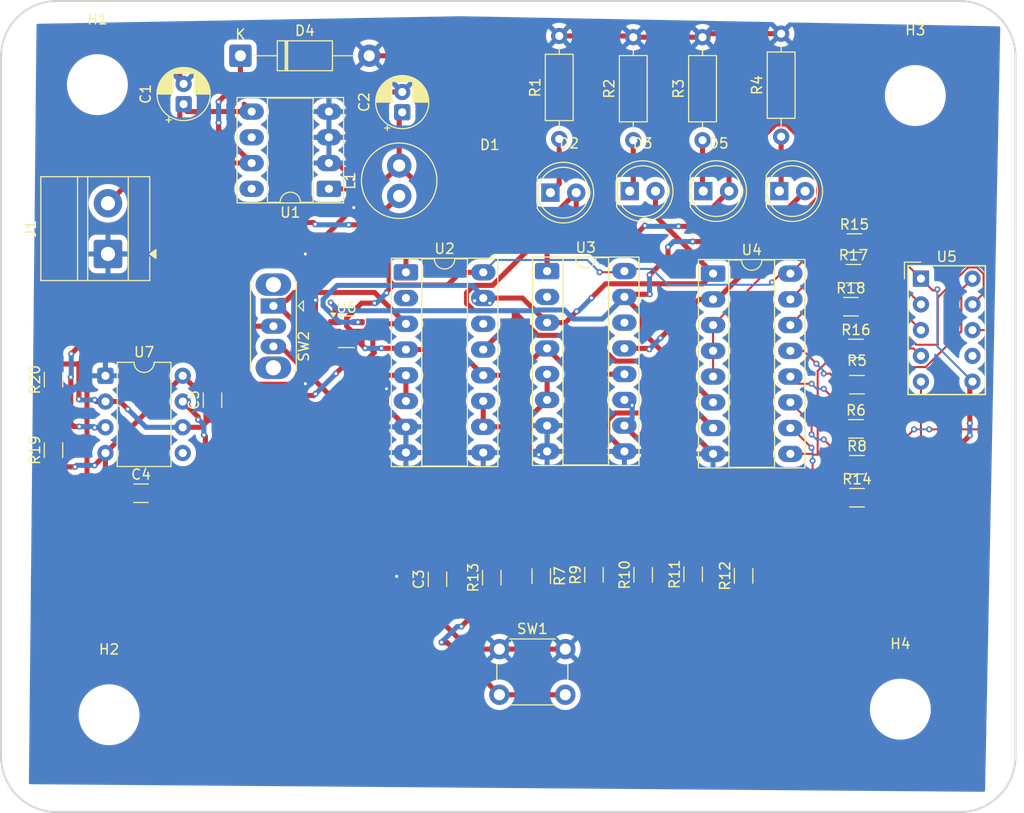
<source format=kicad_pcb>
(kicad_pcb (version 20241229) (generator "pcbnew") (generator_version "9.0")
  (layers (0 "F.Cu" signal) (2 "B.Cu" signal) (13 "F.Paste" user) (15 "B.Paste" user) (5 "F.SilkS" user "F.Silkscreen") (7 "B.SilkS" user "B.Silkscreen") (1 "F.Mask" user) (3 "B.Mask" user) (25 "Edge.Cuts" user))
  (net 0 "")
  (net 1 "VD")
  (net 2 "GND")
  (net 3 "+5V")
  (net 4 "Net-(SW2-A)")
  (net 5 "Net-(U7-THR)")
  (net 6 "Q0")
  (net 7 "Net-(D1-K)")
  (net 8 "Net-(D2-K)")
  (net 9 "Q1")
  (net 10 "Q2")
  (net 11 "Net-(D3-K)")
  (net 12 "Net-(D4-K)")
  (net 13 "Net-(D5-K)")
  (net 14 "Q3")
  (net 15 "Net-(U5-A)")
  (net 16 "Net-(U4-a)")
  (net 17 "Net-(U5-B)")
  (net 18 "Net-(U4-b)")
  (net 19 "Clock")
  (net 20 "Net-(U5-C)")
  (net 21 "Net-(U4-c)")
  (net 22 "Net-(U2A-J)")
  (net 23 "Net-(U2B-J)")
  (net 24 "Net-(U3A-J)")
  (net 25 "Net-(U3B-J)")
  (net 26 "Net-(R13-Pad1)")
  (net 27 "Net-(U5-D)")
  (net 28 "Net-(U4-d)")
  (net 29 "Net-(U4-BI)")
  (net 30 "Net-(U4-e)")
  (net 31 "Net-(U5-E)")
  (net 32 "Net-(U4-f)")
  (net 33 "Net-(U5-F)")
  (net 34 "Net-(U4-g)")
  (net 35 "Net-(U5-G)")
  (net 36 "Net-(U7-DIS)")
  (net 37 "555")
  (net 40 "Reset")
  (footprint "MountingHole:MountingHole_5.5mm" (layer "F.Cu") (at 124.65 117.65)
    (property "Reference" "H2")
    (property "Value" "MountingHole")
  )
  (footprint "Capacitor_THT:CP_Radial_D5.0mm_P2.00mm" (layer "F.Cu") (at 132 57.425 90)
    (property "Reference" "C1")
    (property "Value" "22u")
  )
  (footprint "Package_DIP:DIP-8_W7.62mm_Socket_LongPads" (layer "F.Cu") (at 146.325 65.775 180)
    (property "Reference" "U1")
    (property "Value" "LM2574N-5")
  )
  (footprint "Capacitor_SMD:C_1206_3216Metric_Pad1.33x1.80mm_HandSolder" (layer "F.Cu") (at 157.025 104.2875 90)
    (property "Reference" "C3")
    (property "Value" "1u")
  )
  (footprint "Resistor_SMD:R_1206_3216Metric_Pad1.30x1.75mm_HandSolder" (layer "F.Cu") (at 198.275 89.45)
    (property "Reference" "R6")
    (property "Value" "2k")
  )
  (footprint "Resistor_SMD:R_1206_3216Metric_Pad1.30x1.75mm_HandSolder" (layer "F.Cu") (at 187.2 103.95 90)
    (property "Reference" "R12")
    (property "Value" "10k")
  )
  (footprint "MountingHole:MountingHole_5.5mm" (layer "F.Cu") (at 204.125 56.575)
    (property "Reference" "H3")
    (property "Value" "MountingHole")
  )
  (footprint "Inductor_THT:L_Radial_D7.2mm_P3.00mm_Murata_1700" (layer "F.Cu") (at 153.25 66.475 90)
    (property "Reference" "L1")
    (property "Value" "330u")
  )
  (footprint "Capacitor_SMD:C_1206_3216Metric_Pad1.33x1.80mm_HandSolder" (layer "F.Cu") (at 127.8 95.8)
    (property "Reference" "C4")
    (property "Value" "100n")
  )
  (footprint "Resistor_SMD:R_1206_3216Metric_Pad1.30x1.75mm_HandSolder" (layer "F.Cu") (at 198.375 96.245)
    (property "Reference" "R14")
    (property "Value" "2k")
  )
  (footprint "Resistor_SMD:R_1206_3216Metric_Pad1.30x1.75mm_HandSolder" (layer "F.Cu") (at 172.45 103.85 90)
    (property "Reference" "R9")
    (property "Value" "10k")
  )
  (footprint "Package_DIP:DIP-8_W7.62mm" (layer "F.Cu") (at 124.295 84.215)
    (property "Reference" "U7")
    (property "Value" "NE555P")
  )
  (footprint "Button_Switch_THT:SW_PUSH_6mm_H4.3mm" (layer "F.Cu") (at 163.125 111.175)
    (property "Reference" "SW1")
    (property "Value" "SW_Push")
  )
  (footprint "LED_THT:LED_D5.0mm" (layer "F.Cu") (at 183.225 66)
    (property "Reference" "D3")
    (property "Value" "LED")
  )
  (footprint "Capacitor_SMD:C_1206_3216Metric_Pad1.33x1.80mm_HandSolder" (layer "F.Cu") (at 134.85 86.6125 90)
    (property "Reference" "C5")
    (property "Value" "10u")
  )
  (footprint "Resistor_SMD:R_1206_3216Metric_Pad1.30x1.75mm_HandSolder" (layer "F.Cu") (at 167.25 103.975 -90)
    (property "Reference" "R7")
    (property "Value" "10k")
  )
  (footprint "LED_THT:LED_D5.0mm" (layer "F.Cu") (at 168.16 66.15)
    (property "Reference" "D1")
    (property "Value" "LED")
  )
  (footprint "Resistor_THT:R_Axial_DIN0207_L6.3mm_D2.5mm_P10.16mm_Horizontal" (layer "F.Cu") (at 183.15 60.98 90)
    (property "Reference" "R3")
    (property "Value" "4k7")
  )
  (footprint "LED_THT:LED_D5.0mm" (layer "F.Cu") (at 175.975 66)
    (property "Reference" "D2")
    (property "Value" "LED")
  )
  (footprint "LED_THT:LED_D5.0mm" (layer "F.Cu") (at 190.725 66)
    (property "Reference" "D5")
    (property "Value" "LED")
  )
  (footprint "Resistor_SMD:R_1206_3216Metric_Pad1.30x1.75mm_HandSolder" (layer "F.Cu") (at 198.025 74.15)
    (property "Reference" "R17")
    (property "Value" "2k")
  )
  (footprint "Resistor_SMD:R_1206_3216Metric_Pad1.30x1.75mm_HandSolder" (layer "F.Cu") (at 119.175 84.6 90)
    (property "Reference" "R20")
    (property "Value" "47k")
  )
  (footprint "Resistor_SMD:R_1206_3216Metric_Pad1.30x1.75mm_HandSolder" (layer "F.Cu") (at 197.775 77.4)
    (property "Reference" "R18")
    (property "Value" "2k")
  )
  (footprint "Package_DIP:DIP-16_W7.62mm_Socket_LongPads" (layer "F.Cu") (at 167.83 73.895)
    (property "Reference" "U3")
    (property "Value" "4027")
  )
  (footprint "Package_TO_SOT_SMD:SOT-23-6" (layer "F.Cu") (at 148.05 79.875)
    (property "Reference" "U6")
    (property "Value" "74LVC1G11")
  )
  (footprint "Resistor_SMD:R_1206_3216Metric_Pad1.30x1.75mm_HandSolder" (layer "F.Cu") (at 177.3 103.85 90)
    (property "Reference" "R10")
    (property "Value" "10k")
  )
  (footprint "Resistor_SMD:R_1206_3216Metric_Pad1.30x1.75mm_HandSolder" (layer "F.Cu") (at 198.375 85.095)
    (property "Reference" "R5")
    (property "Value" "2k")
  )
  (footprint "Resistor_SMD:R_1206_3216Metric_Pad1.30x1.75mm_HandSolder" (layer "F.Cu") (at 162.375 104.125 90)
    (property "Reference" "R13")
    (property "Value" "2k")
  )
  (footprint "MountingHole:MountingHole_5.5mm" (layer "F.Cu") (at 123.5 55.5)
    (property "Reference" "H1")
    (property "Value" "MountingHole")
  )
  (footprint "Package_DIP:DIP-16_W7.62mm_Socket_LongPads" (layer "F.Cu") (at 184.19 74.135)
    (property "Reference" "U4")
    (property "Value" "74LS47")
  )
  (footprint "Resistor_THT:R_Axial_DIN0207_L6.3mm_D2.5mm_P10.16mm_Horizontal" (layer "F.Cu") (at 190.9 60.63 90)
    (property "Reference" "R4")
    (property "Value" "4k7")
  )
  (footprint "Resistor_SMD:R_1206_3216Metric_Pad1.30x1.75mm_HandSolder" (layer "F.Cu") (at 198.375 92.995)
    (property "Reference" "R8")
    (property "Value" "2k")
  )
  (footprint "Resistor_SMD:R_1206_3216Metric_Pad1.30x1.75mm_HandSolder" (layer "F.Cu") (at 198.275 81.52)
    (property "Reference" "R16")
    (property "Value" "2k")
  )
  (footprint "Resistor_SMD:R_1206_3216Metric_Pad1.30x1.75mm_HandSolder" (layer "F.Cu") (at 198.125 71.125)
    (property "Reference" "R15")
    (property "Value" "10k")
  )
  (footprint "Resistor_THT:R_Axial_DIN0207_L6.3mm_D2.5mm_P10.16mm_Horizontal" (layer "F.Cu") (at 169.025 60.855 90)
    (property "Reference" "R1")
    (property "Value" "4k7")
  )
  (footprint "Display_7Segment:HDSP-7401" (layer "F.Cu") (at 204.6825 74.6325)
    (property "Reference" "U5")
    (property "Value" "FYS-3911BUHR-21")
  )
  (footprint "Resistor_THT:R_Axial_DIN0207_L6.3mm_D2.5mm_P10.16mm_Horizontal" (layer "F.Cu") (at 176.325 60.98 90)
    (property "Reference" "R2")
    (property "Value" "4k7")
  )
  (footprint "TerminalBlock_MetzConnect:TerminalBlock_MetzConnect_Type011_RT05502HBLC_1x02_P5.00mm_Horizontal" (layer "F.Cu") (at 124.5425 72.2 90)
    (property "Reference" "J1")
    (property "Value" "Screw_Terminal_01x02")
  )
  (footprint "Package_DIP:DIP-16_W7.62mm_Socket_LongPads" (layer "F.Cu") (at 153.915 74.01)
    (property "Reference" "U2")
    (property "Value" "4027")
  )
  (footprint "Resistor_SMD:R_1206_3216Metric_Pad1.30x1.75mm_HandSolder" (layer "F.Cu") (at 182.225 103.8 90)
    (property "Reference" "R11")
    (property "Value" "10k")
  )
  (footprint "Capacitor_THT:CP_Radial_D5.0mm_P2.00mm" (layer "F.Cu") (at 153.55 58.225 90)
    (property "Reference" "C2")
    (property "Value" "220u")
  )
  (footprint "Diode_THT:D_DO-41_SOD81_P12.70mm_Horizontal" (layer "F.Cu") (at 137.6 52.65)
    (property "Reference" "D4")
    (property "Value" "11DQ06")
  )
  (footprint "MountingHole:MountingHole_5.5mm" (layer "F.Cu") (at 202.65 117.1)
    (property "Reference" "H4")
    (property "Value" "MountingHole")
  )
  (footprint "Resistor_SMD:R_1206_3216Metric_Pad1.30x1.75mm_HandSolder" (layer "F.Cu") (at 119.175 91.55 90)
    (property "Reference" "R19")
    (property "Value" "47k")
  )
  (footprint "Button_Switch_THT:SW_Slide_SPDT_Straight_CK_OS102011MS2Q" (layer "F.Cu") (at 140.85 77.325 -90)
    (property "Reference" "SW2")
    (property "Value" "~")
  )
  (gr_line (start 208.5 127.25) (end 119.5 127.25) (stroke (width 0.2)) (layer "Edge.Cuts"))
  (gr_line (start 214 52.75) (end 214 121.75) (stroke (width 0.2)) (layer "Edge.Cuts"))
  (gr_arc (start 119.5 127.25) (mid 115.610913 125.639087) (end 114 121.75) (stroke (width 0.2)) (layer "Edge.Cuts"))
  (gr_arc (start 114 52.75) (mid 115.610913 48.860913) (end 119.5 47.25) (stroke (width 0.2)) (layer "Edge.Cuts"))
  (gr_line (start 114 121.75) (end 114 52.75) (stroke (width 0.2)) (layer "Edge.Cuts"))
  (gr_line (start 119.5 47.25) (end 208.5 47.25) (stroke (width 0.2)) (layer "Edge.Cuts"))
  (gr_arc (start 214 121.75) (mid 212.389087 125.639087) (end 208.5 127.25) (stroke (width 0.2)) (layer "Edge.Cuts"))
  (gr_arc (start 208.5 47.25) (mid 212.389087 48.860913) (end 214 52.75) (stroke (width 0.2)) (layer "Edge.Cuts"))
  (segment (start 131.625 60.1175) (end 124.5425 67.2) (width 0.5) (layer "F.Cu") (net 1))
  (segment (start 138.705 58.155) (end 132.355 58.155) (width 0.5) (layer "F.Cu") (net 1))
  (segment (start 137.975 57.425) (end 138.705 58.155) (width 0.5) (layer "F.Cu") (net 1))
  (segment (start 131.625 57.425) (end 131.625 60.1175) (width 0.5) (layer "F.Cu") (net 1))
  (segment (start 132.355 58.155) (end 131.625 57.425) (width 0.5) (layer "F.Cu") (net 1))
  (segment (start 153.55 56.225) (end 152.41863 56.225) (width 0.5) (layer "F.Cu") (net 2))
  (segment (start 147.94863 60.695) (end 146.325 60.695) (width 0.5) (layer "F.Cu") (net 2))
  (segment (start 122.685 84.215) (end 122.475 84.425) (width 0.5) (layer "F.Cu") (net 2))
  (segment (start 134.85 81.725) (end 134.85 85.05) (width 0.5) (layer "F.Cu") (net 2))
  (segment (start 144.999 78.623999) (end 144.999 76.75) (width 0.5) (layer "F.Cu") (net 2))
  (segment (start 146.325 63.235) (end 147.16 63.235) (width 0.5) (layer "F.Cu") (net 2))
  (segment (start 134.85 85.05) (end 143.95 85.05) (width 0.5) (layer "F.Cu") (net 2))
  (segment (start 122.575 98.425) (end 129.725 98.425) (width 0.5) (layer "F.Cu") (net 2))
  (segment (start 144 72.2) (end 124.5425 72.2) (width 0.5) (layer "F.Cu") (net 2))
  (segment (start 122.475 84.425) (end 122.475 98.525) (width 0.5) (layer "F.Cu") (net 2))
  (segment (start 131.625 53.825) (end 135.25 50.2) (width 0.5) (layer "F.Cu") (net 2))
  (segment (start 147.16 63.235) (end 148.775 64.85) (width 0.5) (layer "F.Cu") (net 2))
  (segment (start 144.2 72.2) (end 144 72.2) (width 0.5) (layer "F.Cu") (net 2))
  (segment (start 143.95 85.05) (end 144 85) (width 0.5) (layer "F.Cu") (net 2))
  (segment (start 146.9125 79.875) (end 146.250001 79.875) (width 0.5) (layer "F.Cu") (net 2))
  (segment (start 161.535 91.79) (end 153.915 91.79) (width 0.5) (layer "F.Cu") (net 2))
  (segment (start 124.5425 72.2) (end 124.5425 71.8325) (width 0.5) (layer "F.Cu") (net 2))
  (segment (start 167.83 91.675) (end 167.83 89.135) (width 0.5) (layer "F.Cu") (net 2))
  (segment (start 154.85 105.85) (end 153 104) (width 0.5) (layer "F.Cu") (net 2))
  (segment (start 153.915 91.79) (end 153.915 89.25) (width 0.5) (layer "F.Cu") (net 2))
  (segment (start 122.475 98.525) (end 122.575 98.425) (width 0.5) (layer "F.Cu") (net 2))
  (segment (start 173.280819 89.135) (end 173.799 88.616819) (width 0.5) (layer "F.Cu") (net 2))
  (segment (start 174.531819 87.884) (end 173.799 88.616819) (width 0.5) (layer "F.Cu") (net 2))
  (segment (start 157.025 105.85) (end 157.025 108.05) (width 0.5) (layer "F.Cu") (net 2))
  (segment (start 167.83 91.675) (end 167.325 91.675) (width 0.5) (layer "F.Cu") (net 2))
  (segment (start 167.325 91.675) (end 167 92) (width 0.5) (layer "F.Cu") (net 2))
  (segment (start 157.025 105.85) (end 154.85 105.85) (width 0.5) (layer "F.Cu") (net 2))
  (segment (start 184.19 91.915) (end 180.159 87.884) (width 0.5) (layer "F.Cu") (net 2))
  (segment (start 176.325 50.82) (end 183.15 50.82) (width 0.5) (layer "F.Cu") (net 2))
  (segment (start 157.025 108.05) (end 160.375 111.4) (width 0.5) (layer "F.Cu") (net 2))
  (segment (start 180.159 87.884) (end 174.531819 87.884) (width 0.5) (layer "F.Cu") (net 2))
  (segment (start 124.295 84.215) (end 124.295 82.255) (width 0.5) (layer "F.Cu") (net 2))
  (segment (start 135.4 50.35) (end 154.65 50.35) (width 0.5) (layer "F.Cu") (net 2))
  (segment (start 129.3625 98.0625) (end 129.3625 95.8) (width 0.5) (layer "F.Cu") (net 2))
  (segment (start 183.15 50.82) (end 183.42 50.82) (width 0.5) (layer "F.Cu") (net 2))
  (segment (start 146.250001 79.875) (end 144.999 78.623999) (width 0.5) (layer "F.Cu") (net 2))
  (segment (start 129.725 98.425) (end 129.3625 98.0625) (width 0.5) (layer "F.Cu") (net 2))
  (segment (start 167.83 89.135) (end 173.280819 89.135) (width 0.5) (layer "F.Cu") (net 2))
  (segment (start 146.325 56.625) (end 150.3 52.65) (width 0.5) (layer "F.Cu") (net 2))
  (segment (start 160.375 111.4) (end 160.6 111.175) (width 0.5) (layer "F.Cu") (net 2))
  (segment (start 152.41863 56.225) (end 147.94863 60.695) (width 0.5) (layer "F.Cu") (net 2))
  (segment (start 135.25 50.2) (end 135.4 50.35) (width 0.5) (layer "F.Cu") (net 2))
  (segment (start 152 87.335) (end 152 85.5) (width 0.5) (layer "F.Cu") (net 2))
  (segment (start 153.915 89.25) (end 152 87.335) (width 0.5) (layer "F.Cu") (net 2))
  (segment (start 176.2 50.695) (end 176.325 50.82) (width 0.5) (layer "F.Cu") (net 2))
  (segment (start 173.799 90.024) (end 175.45 91.675) (width 0.5) (layer "F.Cu") (net 2))
  (segment (start 183.42 50.82) (end 183.77 50.47) (width 0.5) (layer "F.Cu") (net 2))
  (segment (start 131.625 55.425) (end 131.625 53.825) (width 0.5) (layer "F.Cu") (net 2))
  (segment (start 169.025 50.695) (end 169.025 50.475) (width 0.5) (layer "F.Cu") (net 2))
  (segment (start 173.799 88.616819) (end 173.799 90.024) (width 0.5) (layer "F.Cu") (net 2))
  (segment (start 124.295 84.215) (end 122.685 84.215) (width 0.5) (layer "F.Cu") (net 2))
  (segment (start 160.6 111.175) (end 163.125 111.175) (width 0.5) (layer "F.Cu") (net 2))
  (segment (start 125.625 80.925) (end 135.35 80.925) (width 0.5) (layer "F.Cu") (net 2))
  (segment (start 169.025 50.695) (end 176.2 50.695) (width 0.5) (layer "F.Cu") (net 2))
  (segment (start 124.295 82.255) (end 125.625 80.925) (width 0.5) (layer "F.Cu") (net 2))
  (segment (start 146.325 58.155) (end 146.325 56.625) (width 0.5) (layer "F.Cu") (net 2))
  (segment (start 152.35 52.65) (end 150.3 52.65) (width 0.5) (layer "F.Cu") (net 2))
  (segment (start 183.77 50.47) (end 190.9 50.47) (width 0.5) (layer "F.Cu") (net 2))
  (segment (start 154.65 50.35) (end 152.35 52.65) (width 0.5) (layer "F.Cu") (net 2))
  (segment (start 135.35 81.225) (end 134.85 81.725) (width 0.5) (layer "F.Cu") (net 2))
  (segment (start 163.125 111.175) (end 169.625 111.175) (width 0.5) (layer "F.Cu") (net 2))
  (segment (start 148.775 67.625) (end 144.2 72.2) (width 0.5) (layer "F.Cu") (net 2))
  (segment (start 135.35 80.925) (end 135.35 81.225) (width 0.5) (layer "F.Cu") (net 2))
  (via (at 167 92) (size 0.6) (drill 0.3) (layers "F.Cu" "B.Cu") (net 2))
  (via (at 148.775 64.85) (size 0.6) (drill 0.3) (layers "F.Cu" "B.Cu") (net 2))
  (via (at 152 85.5) (size 0.6) (drill 0.3) (layers "F.Cu" "B.Cu") (net 2))
  (via (at 148.775 67.625) (size 0.6) (drill 0.3) (layers "F.Cu" "B.Cu") (net 2))
  (via (at 153 104) (size 0.6) (drill 0.3) (layers "F.Cu" "B.Cu") (net 2))
  (via (at 144 72.2) (size 0.6) (drill 0.3) (layers "F.Cu" "B.Cu") (net 2))
  (via (at 144 85) (size 0.6) (drill 0.3) (layers "F.Cu" "B.Cu") (net 2))
  (via (at 144.999 76.75) (size 0.6) (drill 0.3) (layers "F.Cu" "B.Cu") (net 2))
  (segment (start 153.915 103.085) (end 153.915 91.79) (width 0.5) (layer "B.Cu") (net 2))
  (segment (start 144.999 73.199) (end 144 72.2) (width 0.5) (layer "B.Cu") (net 2))
  (segment (start 165.79 91.79) (end 161.535 91.79) (width 0.5) (layer "B.Cu") (net 2))
  (segment (start 153 104) (end 153.915 103.085) (width 0.5) (layer "B.Cu") (net 2))
  (segment (start 167 92) (end 166 92) (width 0.5) (layer "B.Cu") (net 2))
  (segment (start 148.775 64.85) (end 148.775 67.625) (width 0.5) (layer "B.Cu") (net 2))
  (segment (start 166 92) (end 165.79 91.79) (width 0.5) (layer "B.Cu") (net 2))
  (segment (start 147 82) (end 147 80) (width 0.5) (layer "B.Cu") (net 2))
  (segment (start 152 85.5) (end 150 85.5) (width 0.5) (layer "B.Cu") (net 2))
  (segment (start 146.75 82.25) (end 147 82) (width 0.5) (layer "B.Cu") (net 2))
  (segment (start 144.999 76.75) (end 144.999 73.199) (width 0.5) (layer "B.Cu") (net 2))
  (segment (start 144 85) (end 146.75 82.25) (width 0.5) (layer "B.Cu") (net 2))
  (segment (start 150 85.5) (end 146.75 82.25) (width 0.5) (layer "B.Cu") (net 2))
  (segment (start 152.667708 75.261) (end 158.034 75.261) (width 0.5) (layer "F.Cu") (net 3))
  (segment (start 148.6209 79.875) (end 148.074 79.3281) (width 0.5) (layer "F.Cu") (net 3))
  (segment (start 148.074 80.326001) (end 148.525001 79.875) (width 0.5) (layer "F.Cu") (net 3))
  (segment (start 153.25 63.475) (end 158.849 69.074) (width 0.5) (layer "F.Cu") (net 3))
  (segment (start 187.2 105.5) (end 194.1 105.5) (width 0.5) (layer "F.Cu") (net 3))
  (segment (start 204.6825 74.6325) (end 202.351 72.301) (width 0.2) (layer "F.Cu") (net 3))
  (segment (start 167.25 105.525) (end 172.325 105.525) (width 0.5) (layer "F.Cu") (net 3))
  (segment (start 172.325 105.525) (end 172.45 105.4) (width 0.5) (layer "F.Cu") (net 3))
  (segment (start 131.915 84.215) (end 133.8635 86.1635) (width 0.5) (layer "F.Cu") (net 3))
  (segment (start 152 75.928708) (end 152.667708 75.261) (width 0.5) (layer "F.Cu") (net 3))
  (segment (start 175.345 74) (end 173 74) (width 0.2) (layer "F.Cu") (net 3))
  (segment (start 177.35 105.35) (end 177.3 105.4) (width 0.5) (layer "F.Cu") (net 3))
  (segment (start 150.95 65.775) (end 153.25 63.475) (width 0.5) (layer "F.Cu") (net 3))
  (segment (start 190.865 74.135) (end 190 75) (width 0.2) (layer "F.Cu") (net 3))
  (segment (start 158.849 69.074) (end 153.559636 69.074) (width 0.5) (layer "F.Cu") (net 3))
  (segment (start 182.225 105.35) (end 177.35 105.35) (width 0.5) (layer "F.Cu") (net 3))
  (segment (start 153.55 58.225) (end 153.55 58.55) (width 0.5) (layer "F.Cu") (net 3))
  (segment (start 148.074 78.5219) (end 149.5449 77.051) (width 0.5) (layer "F.Cu") (net 3))
  (segment (start 149.1875 79.875) (end 148.6209 79.875) (width 0.5) (layer "F.Cu") (net 3))
  (segment (start 144.8365 86.1635) (end 145 86) (width 0.5) (layer "F.Cu") (net 3))
  (segment (start 152 76.049) (end 152 75.928708) (width 0.5) (layer "F.Cu") (net 3))
  (segment (start 153.559636 69.074) (end 152.264 70.369636) (width 0.5) (layer "F.Cu") (net 3))
  (segment (start 177.3 105.4) (end 172.45 105.4) (width 0.5) (layer "F.Cu") (net 3))
  (segment (start 175.45 73.895) (end 175.345 74) (width 0.2) (layer "F.Cu") (net 3))
  (segment (start 133.8635 86.1635) (end 144.8365 86.1635) (width 0.5) (layer "F.Cu") (net 3))
  (segment (start 194.1 105.5) (end 209.5 90.1) (width 0.5) (layer "F.Cu") (net 3))
  (segment (start 124.295 93.8575) (end 126.2375 95.8) (width 0.5) (layer "F.Cu") (net 3))
  (segment (start 206.189893 75.799527) (end 206.299527 75.689893) (width 0.2) (layer "F.Cu") (net 3))
  (segment (start 196.575 71.125) (end 194.82 71.125) (width 0.2) (layer "F.Cu") (net 3))
  (segment (start 152.264 70.369636) (end 152.264 74.857292) (width 0.5) (layer "F.Cu") (net 3))
  (segment (start 148.074 82.926) (end 148.074 80.326001) (width 0.5) (layer "F.Cu") (net 3))
  (segment (start 204.6825 74.6325) (end 205.849527 75.799527) (width 0.2) (layer "F.Cu") (net 3))
  (segment (start 158.034 75.261) (end 159.285 74.01) (width 0.5) (layer "F.Cu") (net 3))
  (segment (start 124.295 91.835) (end 124.295 93.8575) (width 0.5) (layer "F.Cu") (net 3))
  (segment (start 152.264 74.857292) (end 152.667708 75.261) (width 0.5) (layer "F.Cu") (net 3))
  (segment (start 121.3 93.2) (end 119.275 93.2) (width 0.5) (layer "F.Cu") (net 3))
  (segment (start 153.25 63.475) (end 153.25 58.525) (width 0.5) (layer "F.Cu") (net 3))
  (segment (start 124.295 91.835) (end 131.915 84.215) (width 0.5) (layer "F.Cu") (net 3))
  (segment (start 191.81 74.135) (end 190.865 74.135) (width 0.2) (layer "F.Cu") (net 3))
  (segment (start 148.525001 79.875) (end 149.1875 79.875) (width 0.5) (layer "F.Cu") (net 3))
  (segment (start 187.2 105.5) (end 182.375 105.5) (width 0.5) (layer "F.Cu") (net 3))
  (segment (start 149.5449 77.051) (end 150.815341 77.051) (width 0.5) (layer "F.Cu") (net 3))
  (segment (start 159.285 74.01) (end 161.535 74.01) (width 0.5) (layer "F.Cu") (net 3))
  (segment (start 148.074 79.3281) (end 148.074 78.5219) (width 0.5) (layer "F.Cu") (net 3))
  (segment (start 124.295 91.98) (end 123.225 93.05) (width 0.5) (layer "F.Cu") (net 3))
  (segment (start 205.849527 75.799527) (end 206.189893 75.799527) (width 0.2) (layer "F.Cu") (net 3))
  (segment (start 209.5 85.055) (end 209.7625 84.7925) (width 0.5) (layer "F.Cu") (net 3))
  (segment (start 119.275 93.2) (end 119.175 93.1) (width 0.5) (layer "F.Cu") (net 3))
  (segment (start 153.25 58.525) (end 153.55 58.225) (width 0.5) (layer "F.Cu") (net 3))
  (segment (start 124.295 91.835) (end 124.295 91.98) (width 0.5) (layer "F.Cu") (net 3))
  (segment (start 147 84) (end 148.074 82.926) (width 0.5) (layer "F.Cu") (net 3))
  (segment (start 209.5 88.9) (end 209.5 85.055) (width 0.5) (layer "F.Cu") (net 3))
  (segment (start 146.325 65.775) (end 150.95 65.775) (width 0.5) (layer "F.Cu") (net 3))
  (segment (start 197.751 72.301) (end 196.575 71.125) (width 0.2) (layer "F.Cu") (net 3))
  (segment (start 194.82 71.125) (end 191.81 74.135) (width 0.2) (layer "F.Cu") (net 3))
  (segment (start 202.351 72.301) (end 197.751 72.301) (width 0.2) (layer "F.Cu") (net 3))
  (segment (start 182.375 105.5) (end 182.225 105.35) (width 0.5) (layer "F.Cu") (net 3))
  (via (at 121.3 93.2) (size 0.6) (drill 0.3) (layers "F.Cu" "B.Cu") (net 3))
  (via (at 123.225 93.05) (size 0.6) (drill 0.3) (layers "F.Cu" "B.Cu") (net 3))
  (via (at 206.299527 75.689893) (size 0.6) (drill 0.3) (layers "F.Cu" "B.Cu") (net 3))
  (via (at 209.5 90.1) (size 0.6) (drill 0.3) (layers "F.Cu" "B.Cu") (net 3))
  (via (at 173 74) (size 0.6) (drill 0.3) (layers "F.Cu" "B.Cu") (net 3))
  (via (at 190 75) (size 0.6) (drill 0.3) (layers "F.Cu" "B.Cu") (net 3))
  (via (at 152 76.049) (size 0.6) (drill 0.3) (layers "F.Cu" "B.Cu") (net 3))
  (via (at 145 86) (size 0.6) (drill 0.3) (layers "F.Cu" "B.Cu") (net 3))
  (via (at 150.815341 77.051) (size 0.6) (drill 0.3) (layers "F.Cu" "B.Cu") (net 3))
  (via (at 147 84) (size 0.6) (drill 0.3) (layers "F.Cu" "B.Cu") (net 3))
  (via (at 209.5 88.9) (size 0.6) (drill 0.3) (layers "F.Cu" "B.Cu") (net 3))
  (segment (start 173 74) (end 171.794 72.794) (width 0.2) (layer "B.Cu") (net 3))
  (segment (start 123.225 93.05) (end 121.45 93.05) (width 0.5) (layer "B.Cu") (net 3))
  (segment (start 162.751 72.794) (end 161.535 74.01) (width 0.2) (layer "B.Cu") (net 3))
  (segment (start 175.671 73.674) (end 175.45 73.895) (width 0.2) (layer "B.Cu") (net 3))
  (segment (start 150.998 77.051) (end 152 76.049) (width 0.5) (layer "B.Cu") (net 3))
  (segment (start 209.5 90.1) (end 209.5 88.9) (width 0.5) (layer "B.Cu") (net 3))
  (segment (start 178.173943 73.674) (end 175.671 73.674) (width 0.2) (layer "B.Cu") (net 3))
  (segment (start 206.299527 75.689893) (end 206.299527 81.329527) (width 0.2) (layer "B.Cu") (net 3))
  (segment (start 150.815341 77.051) (end 150.998 77.051) (width 0.5) (layer "B.Cu") (net 3))
  (segment (start 145 86) (end 147 84) (width 0.5) (layer "B.Cu") (net 3))
  (segment (start 206.299527 81.329527) (end 209.7625 84.7925) (width 0.2) (layer "B.Cu") (net 3))
  (segment (start 121.45 93.05) (end 121.3 93.2) (width 0.5) (layer "B.Cu") (net 3))
  (segment (start 190 75) (end 189.764 75.236) (width 0.2) (layer "B.Cu") (net 3))
  (segment (start 179.735943 75.236) (end 178.173943 73.674) (width 0.2) (layer "B.Cu") (net 3))
  (segment (start 189.764 75.236) (end 179.735943 75.236) (width 0.2) (layer "B.Cu") (net 3))
  (segment (start 171.794 72.794) (end 162.751 72.794) (width 0.2) (layer "B.Cu") (net 3))
  (segment (start 148.8 102.3) (end 149.225 102.725) (width 0.5) (layer "F.Cu") (net 4))
  (segment (start 157.025 102.725) (end 162.225 102.725) (width 0.5) (layer "F.Cu") (net 4))
  (segment (start 141.593445 81.325) (end 148.8 88.531555) (width 0.5) (layer "F.Cu") (net 4))
  (segment (start 162.225 102.725) (end 162.375 102.575) (width 0.5) (layer "F.Cu") (net 4))
  (segment (start 149.225 102.725) (end 157.025 102.725) (width 0.5) (layer "F.Cu") (net 4))
  (segment (start 148.8 88.531555) (end 148.8 102.3) (width 0.5) (layer "F.Cu") (net 4))
  (segment (start 140.85 81.325) (end 141.593445 81.325) (width 0.5) (layer "F.Cu") (net 4))
  (segment (start 123.38 86.755) (end 123.225 86.6) (width 0.5) (layer "F.Cu") (net 5))
  (segment (start 121.625 83.05) (end 119.175 83.05) (width 0.5) (layer "F.Cu") (net 5))
  (segment (start 124.295 86.755) (end 125.755 86.755) (width 0.5) (layer "F.Cu") (net 5))
  (segment (start 124.295 86.755) (end 123.38 86.755) (width 0.5) (layer "F.Cu") (net 5))
  (segment (start 131.915 89.295) (end 133.73 89.295) (width 0.5) (layer "F.Cu") (net 5))
  (segment (start 125.755 86.755) (end 126.5 87.5) (width 0.5) (layer "F.Cu") (net 5))
  (segment (start 124.295 86.755) (end 124.295 87.23) (width 0.5) (layer "F.Cu") (net 5))
  (segment (start 133.73 89.295) (end 134.85 88.175) (width 0.5) (layer "F.Cu") (net 5))
  (segment (start 121.675 83) (end 121.625 83.05) (width 0.5) (layer "F.Cu") (net 5))
  (segment (start 121.675 86.525) (end 121.675 83) (width 0.5) (layer "F.Cu") (net 5))
  (via (at 126.5 87.5) (size 0.6) (drill 0.3) (layers "F.Cu" "B.Cu") (net 5))
  (via (at 121.675 86.525) (size 0.6) (drill 0.3) (layers "F.Cu" "B.Cu") (net 5))
  (via (at 123.225 86.6) (size 0.6) (drill 0.3) (layers "F.Cu" "B.Cu") (net 5))
  (segment (start 128.295 89.295) (end 131.915 89.295) (width 0.5) (layer "B.Cu") (net 5))
  (segment (start 121.75 86.6) (end 121.675 86.525) (width 0.5) (layer "B.Cu") (net 5))
  (segment (start 123.225 86.6) (end 121.75 86.6) (width 0.5) (layer "B.Cu") (net 5))
  (segment (start 126.5 87.5) (end 128.295 89.295) (width 0.5) (layer "B.Cu") (net 5))
  (segment (start 164.59291 77.90709) (end 166.911819 80.226) (width 0.5) (layer "F.Cu") (net 6))
  (segment (start 164.59291 78.57209) (end 164.59291 77.90709) (width 0.5) (layer "F.Cu") (net 6))
  (segment (start 165.695364 71.154636) (end 165.695364 72.056817) (width 0.5) (layer "F.Cu") (net 6))
  (segment (start 153.85 69.775) (end 153.85 70.125) (width 0.5) (layer "F.Cu") (net 6))
  (segment (start 162.453181 75.299) (end 160.616819 75.299) (width 0.5) (layer "F.Cu") (net 6))
  (segment (start 170.7 66.15) (end 170.7 69.525) (width 0.5) (layer "F.Cu") (net 6))
  (segment (start 164.486819 77.801) (end 164.59291 77.90709) (width 0.5) (layer "F.Cu") (net 6))
  (segment (start 170.7 66.15) (end 165.695364 71.154636) (width 0.5) (layer "F.Cu") (net 6))
  (segment (start 177.581 82.766) (end 184.19 89.375) (width 0.5) (layer "F.Cu") (net 6))
  (segment (start 170.7 69.525) (end 170.45 69.775) (width 0.5) (layer "F.Cu") (net 6))
  (segment (start 159.884 77.068181) (end 160.616819 77.801) (width 0.5) (layer "F.Cu") (net 6))
  (segment (start 166.911819 80.226) (end 171.991819 80.226) (width 0.5) (layer "F.Cu") (net 6))
  (segment (start 159.884 76.031819) (end 159.884 77.068181) (width 0.5) (layer "F.Cu") (net 6))
  (segment (start 174.531819 82.766) (end 177.581 82.766) (width 0.5) (layer "F.Cu") (net 6))
  (segment (start 170.45 69.775) (end 153.85 69.775) (width 0.5) (layer "F.Cu") (net 6))
  (segment (start 160.616819 77.801) (end 164.486819 77.801) (width 0.5) (layer "F.Cu") (net 6))
  (segment (start 153.915 70.19) (end 153.915 74.01) (width 0.5) (layer "F.Cu") (net 6))
  (segment (start 160.616819 75.299) (end 159.884 76.031819) (width 0.5) (layer "F.Cu") (net 6))
  (segment (start 171.991819 80.226) (end 174.531819 82.766) (width 0.5) (layer "F.Cu") (net 6))
  (segment (start 153.85 70.125) (end 153.915 70.19) (width 0.5) (layer "F.Cu") (net 6))
  (segment (start 161.535 81.63) (end 164.59291 78.57209) (width 0.5) (layer "F.Cu") (net 6))
  (segment (start 165.695364 72.056817) (end 162.453181 75.299) (width 0.5) (layer "F.Cu") (net 6))
  (segment (start 169.025 60.855) (end 169.025 65.285) (width 0.5) (layer "F.Cu") (net 7))
  (segment (start 169.025 65.285) (end 168.16 66.15) (width 0.5) (layer "F.Cu") (net 7))
  (segment (start 176.325 60.98) (end 176.325 65.65) (width 0.5) (layer "F.Cu") (net 8))
  (segment (start 176.325 65.65) (end 175.975 66) (width 0.5) (layer "F.Cu") (net 8))
  (segment (start 161.680269 76.55) (end 162.181269 77.051) (width 0.5) (layer "F.Cu") (net 9))
  (segment (start 178.515 68.46) (end 184.19 74.135) (width 0.5) (layer "F.Cu") (net 9))
  (segment (start 167.83 78.975) (end 169.625 78.975) (width 0.5) (layer "F.Cu") (net 9))
  (segment (start 161.535 76.55) (end 161.680269 76.55) (width 0.5) (layer "F.Cu") (net 9))
  (segment (start 165.405 76.55) (end 167.83 78.975) (width 0.5) (layer "F.Cu") (net 9))
  (segment (start 161.535 76.55) (end 160.949999 76.55) (width 0.5) (layer "F.Cu") (net 9))
  (segment (start 169.625 78.975) (end 170.737169 77.862831) (width 0.5) (layer "F.Cu") (net 9))
  (segment (start 172.2 76.55) (end 173.604 75.146) (width 0.5) (layer "F.Cu") (net 9))
  (segment (start 160.949999 76.55) (end 160.68824 76.811759) (width 0.5) (layer "F.Cu") (net 9))
  (segment (start 173.604 75.146) (end 183.179 75.146) (width 0.5) (layer "F.Cu") (net 9))
  (segment (start 183.179 75.146) (end 184.19 74.135) (width 0.5) (layer "F.Cu") (net 9))
  (segment (start 178.515 66) (end 178.515 68.46) (width 0.5) (layer "F.Cu") (net 9))
  (segment (start 161.535 76.55) (end 165.405 76.55) (width 0.5) (layer "F.Cu") (net 9))
  (via (at 170.737169 77.862831) (size 0.6) (drill 0.3) (layers "F.Cu" "B.Cu") (net 9))
  (via (at 160.68824 76.811759) (size 0.6) (drill 0.3) (layers "F.Cu" "B.Cu") (net 9))
  (via (at 172.2 76.55) (size 0.6) (drill 0.3) (layers "F.Cu" "B.Cu") (net 9))
  (via (at 162.181269 77.051) (size 0.6) (drill 0.3) (layers "F.Cu" "B.Cu") (net 9))
  (via (at 149.1875 78.925) (size 0.6) (drill 0.3) (layers "F.Cu" "B.Cu") (net 9))
  (via (at 160.68824 76.811759) (size 0.6) (drill 0.3) (layers "F.Cu" "B.Cu") (net 9))
  (via (at 160.68824 76.811759) (size 0.6) (drill 0.3) (layers "F.Cu" "B.Cu") (net 9))
  (segment (start 160.429269 75.299) (end 147.138925 75.299) (width 0.5) (layer "B.Cu") (net 9))
  (segment (start 147.362925 78.925) (end 149.1875 78.925) (width 0.5) (layer "B.Cu") (net 9))
  (segment (start 170.737169 77.862831) (end 170.887169 77.862831) (width 0.5) (layer "B.Cu") (net 9))
  (segment (start 170.887169 77.862831) (end 172.2 76.55) (width 0.5) (layer "B.Cu") (net 9))
  (segment (start 147.138925 75.299) (end 145.749 76.688925) (width 0.5) (layer "B.Cu") (net 9))
  (segment (start 145.749 77.311075) (end 147.362925 78.925) (width 0.5) (layer "B.Cu") (net 9))
  (segment (start 145.749 76.688925) (end 145.749 77.311075) (width 0.5) (layer "B.Cu") (net 9))
  (segment (start 162.181269 77.051) (end 160.429269 75.299) (width 0.5) (layer "B.Cu") (net 9))
  (segment (start 179 80.5) (end 182.825 76.675) (width 0.5) (layer "F.Cu") (net 10))
  (segment (start 190.381818 59.379) (end 191.418182 59.379) (width 0.5) (layer "F.Cu") (net 10))
  (segment (start 194.616 66.649) (end 184.59 76.675) (width 0.5) (layer "F.Cu") (net 10))
  (segment (start 184.59 76.675) (end 184.19 76.675) (width 0.5) (layer "F.Cu") (net 10))
  (segment (start 177.809338 81.515) (end 177.897169 81.602831) (width 0.5) (layer "F.Cu") (net 10))
  (segment (start 182.825 76.675) (end 184.19 76.675) (width 0.5) (layer "F.Cu") (net 10))
  (segment (start 167.35 70.725) (end 167.83 71.205) (width 0.5) (layer "F.Cu") (net 10))
  (segment (start 194.616 62.576818) (end 194.616 66.649) (width 0.5) (layer "F.Cu") (net 10))
  (segment (start 182.29 69.475) (end 180.775 69.475) (width 0.5) (layer "F.Cu") (net 10))
  (segment (start 185.765 66) (end 182.29 69.475) (width 0.5) (layer "F.Cu") (net 10))
  (segment (start 185.765 63.995818) (end 190.381818 59.379) (width 0.5) (layer "F.Cu") (net 10))
  (segment (start 191.418182 59.379) (end 194.616 62.576818) (width 0.5) (layer "F.Cu") (net 10))
  (segment (start 176.15 70.725) (end 167.35 70.725) (width 0.5) (layer "F.Cu") (net 10))
  (segment (start 185.765 66) (end 185.765 63.995818) (width 0.5) (layer "F.Cu") (net 10))
  (segment (start 175.45 81.515) (end 177.809338 81.515) (width 0.5) (layer "F.Cu") (net 10))
  (segment (start 167.83 71.205) (end 167.83 73.895) (width 0.5) (layer "F.Cu") (net 10))
  (segment (start 177.475 69.4) (end 176.15 70.725) (width 0.5) (layer "F.Cu") (net 10))
  (via (at 180.775 69.475) (size 0.6) (drill 0.3) (layers "F.Cu" "B.Cu") (net 10))
  (via (at 177.475 69.4) (size 0.6) (drill 0.3) (layers "F.Cu" "B.Cu") (net 10))
  (via (at 177.897169 81.602831) (size 0.6) (drill 0.3) (layers "F.Cu" "B.Cu") (net 10))
  (via (at 179 80.5) (size 0.6) (drill 0.3) (layers "F.Cu" "B.Cu") (net 10))
  (segment (start 177.897169 81.602831) (end 179 80.5) (width 0.5) (layer "B.Cu") (net 10))
  (segment (start 180.775 69.475) (end 177.55 69.475) (width 0.5) (layer "B.Cu") (net 10))
  (segment (start 177.55 69.475) (end 177.475 69.4) (width 0.5) (layer "B.Cu") (net 10))
  (segment (start 183.15 60.98) (end 183.15 65.925) (width 0.5) (layer "F.Cu") (net 11))
  (segment (start 183.15 65.925) (end 183.225 66) (width 0.5) (layer "F.Cu") (net 11))
  (segment (start 135.45 59.98) (end 135.45 59.25) (width 0.5) (layer "F.Cu") (net 12))
  (segment (start 138.705 63.235) (end 135.45 59.98) (width 0.5) (layer "F.Cu") (net 12))
  (segment (start 144.8 69.1) (end 134.95 69.1) (width 0.5) (layer "F.Cu") (net 12))
  (segment (start 134.75 63.725) (end 135.24 63.235) (width 0.5) (layer "F.Cu") (net 12))
  (segment (start 134.95 63.925) (end 134.75 63.725) (width 0.5) (layer "F.Cu") (net 12))
  (segment (start 137.6 55.025) (end 137.6 52.65) (width 0.5) (layer "F.Cu") (net 12))
  (segment (start 135.45 57.175) (end 137.6 55.025) (width 0.5) (layer "F.Cu") (net 12))
  (segment (start 134.95 69.1) (end 134.95 63.925) (width 0.5) (layer "F.Cu") (net 12))
  (segment (start 135.45 57.2) (end 135.45 57.175) (width 0.5) (layer "F.Cu") (net 12))
  (segment (start 135.24 63.235) (end 138.705 63.235) (width 0.5) (layer "F.Cu") (net 12))
  (segment (start 150.4 69.325) (end 148.275 69.325) (width 0.5) (layer "F.Cu") (net 12))
  (segment (start 144.975 69.275) (end 144.8 69.1) (width 0.5) (layer "F.Cu") (net 12))
  (segment (start 153.25 66.475) (end 150.4 69.325) (width 0.5) (layer "F.Cu") (net 12))
  (via (at 144.975 69.275) (size 0.6) (drill 0.3) (layers "F.Cu" "B.Cu") (net 12))
  (via (at 148.275 69.325) (size 0.6) (drill 0.3) (layers "F.Cu" "B.Cu") (net 12))
  (via (at 135.45 59.25) (size 0.6) (drill 0.3) (layers "F.Cu" "B.Cu") (net 12))
  (via (at 135.45 57.2) (size 0.6) (drill 0.3) (layers "F.Cu" "B.Cu") (net 12))
  (segment (start 145.025 69.325) (end 144.975 69.275) (width 0.5) (layer "B.Cu") (net 12))
  (segment (start 135.45 59.25) (end 135.45 57.2) (width 0.5) (layer "B.Cu") (net 12))
  (segment (start 148.275 69.325) (end 145.025 69.325) (width 0.5) (layer "B.Cu") (net 12))
  (segment (start 190.9 65.825) (end 190.725 66) (width 0.5) (layer "F.Cu") (net 13))
  (segment (start 190.9 60.63) (end 190.9 65.825) (width 0.5) (layer "F.Cu") (net 13))
  (segment (start 179.75 72.45) (end 177.925 74.275) (width 0.5) (layer "F.Cu") (net 14))
  (segment (start 175.71 76.175) (end 175.45 76.435) (width 0.5) (layer "F.Cu") (net 14))
  (segment (start 175.45 76.435) (end 177.101 78.086) (width 0.5) (layer "F.Cu") (net 14))
  (segment (start 177.95 76.175) (end 175.71 76.175) (width 0.5) (layer "F.Cu") (net 14))
  (segment (start 146.9125 77.4125) (end 146.5 77) (width 0.5) (layer "F.Cu") (net 14))
  (segment (start 146.9125 78.925) (end 146.9125 77.4125) (width 0.5) (layer "F.Cu") (net 14))
  (segment (start 188.29 70.975) (end 182.175 70.975) (width 0.5) (layer "F.Cu") (net 14))
  (segment (start 179.75 71.525) (end 179.75 72.45) (width 0.5) (layer "F.Cu") (net 14))
  (segment (start 193.265 66) (end 188.29 70.975) (width 0.5) (layer "F.Cu") (net 14))
  (segment (start 177.101 78.086) (end 177.101 79.746) (width 0.5) (layer "F.Cu") (net 14))
  (segment (start 177.101 79.746) (end 184.19 86.835) (width 0.5) (layer "F.Cu") (net 14))
  (via (at 146.5 77) (size 0.6) (drill 0.3) (layers "F.Cu" "B.Cu") (net 14))
  (via (at 177.925 74.275) (size 0.6) (drill 0.3) (layers "F.Cu" "B.Cu") (net 14))
  (via (at 179.75 71.525) (size 0.6) (drill 0.3) (layers "F.Cu" "B.Cu") (net 14))
  (via (at 177.95 76.175) (size 0.6) (drill 0.3) (layers "F.Cu" "B.Cu") (net 14))
  (via (at 182.175 70.975) (size 0.6) (drill 0.3) (layers "F.Cu" "B.Cu") (net 14))
  (segment (start 182.175 70.975) (end 180.3 70.975) (width 0.5) (layer "B.Cu") (net 14))
  (segment (start 177.925 74.275) (end 177.925 76.15) (width 0.5) (layer "B.Cu") (net 14))
  (segment (start 146.5 77) (end 147.301 77.801) (width 0.5) (layer "B.Cu") (net 14))
  (segment (start 147.301 77.801) (end 166.834819 77.801) (width 0.5) (layer "B.Cu") (net 14))
  (segment (start 170.426094 78.613831) (end 173.271169 78.613831) (width 0.5) (layer "B.Cu") (net 14))
  (segment (start 166.911819 77.724) (end 169.536263 77.724) (width 0.5) (layer "B.Cu") (net 14))
  (segment (start 173.271169 78.613831) (end 175.45 76.435) (width 0.5) (layer "B.Cu") (net 14))
  (segment (start 180.3 70.975) (end 179.75 71.525) (width 0.5) (layer "B.Cu") (net 14))
  (segment (start 166.834819 77.801) (end 166.911819 77.724) (width 0.5) (layer "B.Cu") (net 14))
  (segment (start 177.925 76.15) (end 177.95 76.175) (width 0.5) (layer "B.Cu") (net 14))
  (segment (start 169.536263 77.724) (end 170.426094 78.613831) (width 0.5) (layer "B.Cu") (net 14))
  (segment (start 208.6615 75.7335) (end 209.7625 74.6325) (width 0.2) (layer "F.Cu") (net 15))
  (segment (start 199.925 85.095) (end 201.6665 83.3535) (width 0.2) (layer "F.Cu") (net 15))
  (segment (start 208.6615 79.8385) (end 208.6615 75.7335) (width 0.2) (layer "F.Cu") (net 15))
  (segment (start 201.6665 83.3535) (end 205.1465 83.3535) (width 0.2) (layer "F.Cu") (net 15))
  (segment (start 205.1465 83.3535) (end 208.6615 79.8385) (width 0.2) (layer "F.Cu") (net 15))
  (segment (start 194.375735 83.020735) (end 193.11 81.755) (width 0.2) (layer "F.Cu") (net 16))
  (segment (start 193.11 81.755) (end 191.81 81.755) (width 0.2) (layer "F.Cu") (net 16))
  (segment (start 195.73 84) (end 195.1 84) (width 0.2) (layer "F.Cu") (net 16))
  (segment (start 196.825 85.095) (end 195.73 84) (width 0.2) (layer "F.Cu") (net 16))
  (via (at 195.1 84) (size 0.6) (drill 0.3) (layers "F.Cu" "B.Cu") (net 16))
  (via (at 194.375735 83.020735) (size 0.6) (drill 0.3) (layers "F.Cu" "B.Cu") (net 16))
  (segment (start 195.1 84) (end 195.1 83.745) (width 0.2) (layer "B.Cu") (net 16))
  (segment (start 195.1 83.745) (end 194.375735 83.020735) (width 0.2) (layer "B.Cu") (net 16))
  (segment (start 203.41895 80.344) (end 204.22645 81.1515) (width 0.2) (layer "F.Cu") (net 17))
  (segment (start 210.8635 74.17645) (end 210.8635 76.0715) (width 0.2) (layer "F.Cu") (net 17))
  (segment (start 198.874 88.499) (end 198.874 80.65984) (width 0.2) (layer "F.Cu") (net 17))
  (segment (start 206.3485 76.48945) (end 209.30645 73.5315) (width 0.2) (layer "F.Cu") (net 17))
  (segment (start 204.22645 81.1515) (end 206.3485 81.1515) (width 0.2) (layer "F.Cu") (net 17))
  (segment (start 199.18984 80.344) (end 203.41895 80.344) (width 0.2) (layer "F.Cu") (net 17))
  (segment (start 209.30645 73.5315) (end 210.21855 73.5315) (width 0.2) (layer "F.Cu") (net 17))
  (segment (start 206.3485 81.1515) (end 206.3485 76.48945) (width 0.2) (layer "F.Cu") (net 17))
  (segment (start 210.21855 73.5315) (end 210.8635 74.17645) (width 0.2) (layer "F.Cu") (net 17))
  (segment (start 198.874 80.65984) (end 199.18984 80.344) (width 0.2) (layer "F.Cu") (net 17))
  (segment (start 199.825 89.45) (end 198.874 88.499) (width 0.2) (layer "F.Cu") (net 17))
  (segment (start 210.8635 76.0715) (end 209.7625 77.1725) (width 0.2) (layer "F.Cu") (net 17))
  (segment (start 196.725 89.45) (end 196.725 87.125) (width 0.2) (layer "F.Cu") (net 18))
  (segment (start 192.515 85) (end 191.81 84.295) (width 0.2) (layer "F.Cu") (net 18))
  (segment (start 193.9 85) (end 192.515 85) (width 0.2) (layer "F.Cu") (net 18))
  (segment (start 196.725 87.125) (end 195.1 85.5) (width 0.2) (layer "F.Cu") (net 18))
  (via (at 195.1 85.5) (size 0.6) (drill 0.3) (layers "F.Cu" "B.Cu") (net 18))
  (via (at 193.9 85) (size 0.6) (drill 0.3) (layers "F.Cu" "B.Cu") (net 18))
  (segment (start 194.4 85.5) (end 193.9 85) (width 0.2) (layer "B.Cu") (net 18))
  (segment (start 195.1 85.5) (end 194.4 85.5) (width 0.2) (layer "B.Cu") (net 18))
  (segment (start 142.142445 76.776) (end 142.918445 76) (width 0.5) (layer "F.Cu") (net 19))
  (segment (start 150.825 76) (end 153.915 79.09) (width 0.5) (layer "F.Cu") (net 19))
  (segment (start 150.65 81.775) (end 150.65 79.525) (width 0.5) (layer "F.Cu") (net 19))
  (segment (start 150.8 81.925) (end 150.65 81.775) (width 0.5) (layer "F.Cu") (net 19))
  (segment (start 141.35 77.325) (end 144.85 80.825) (width 0.5) (layer "F.Cu") (net 19))
  (segment (start 167.25 102.425) (end 165.375 100.55) (width 0.5) (layer "F.Cu") (net 19))
  (segment (start 141.399 76.776) (end 142.142445 76.776) (width 0.5) (layer "F.Cu") (net 19))
  (segment (start 150.65 79.525) (end 151.085 79.09) (width 0.5) (layer "F.Cu") (net 19))
  (segment (start 140.85 77.325) (end 141.35 77.325) (width 0.5) (layer "F.Cu") (net 19))
  (segment (start 140.85 77.325) (end 141.399 76.776) (width 0.5) (layer "F.Cu") (net 19))
  (segment (start 150.3 100.55) (end 150.3 82.425) (width 0.5) (layer "F.Cu") (net 19))
  (segment (start 151.085 79.09) (end 153.915 79.09) (width 0.5) (layer "F.Cu") (net 19))
  (segment (start 150.3 82.425) (end 150.8 81.925) (width 0.5) (layer "F.Cu") (net 19))
  (segment (start 165.375 100.55) (end 150.3 100.55) (width 0.5) (layer "F.Cu") (net 19))
  (segment (start 144.85 80.825) (end 146.9125 80.825) (width 0.5) (layer "F.Cu") (net 19))
  (segment (start 142.918445 76) (end 150.825 76) (width 0.5) (layer "F.Cu") (net 19))
  (segment (start 211.5 79.925) (end 211.7125 79.7125) (width 0.2) (layer "F.Cu") (net 20))
  (segment (start 200.505 92.995) (end 204 89.5) (width 0.2) (layer "F.Cu") (net 20))
  (segment (start 211.5 89.5) (end 211.5 79.925) (width 0.2) (layer "F.Cu") (net 20))
  (segment (start 211.7125 79.7125) (end 209.7625 79.7125) (width 0.2) (layer "F.Cu") (net 20))
  (segment (start 199.925 92.995) (end 200.505 92.995) (width 0.2) (layer "F.Cu") (net 20))
  (segment (start 205.5 89.5) (end 211.5 89.5) (width 0.2) (layer "F.Cu") (net 20))
  (via (at 205.5 89.5) (size 0.6) (drill 0.3) (layers "F.Cu" "B.Cu") (net 20))
  (via (at 204 89.5) (size 0.6) (drill 0.3) (layers "F.Cu" "B.Cu") (net 20))
  (segment (start 204 89.5) (end 205.5 89.5) (width 0.2) (layer "B.Cu") (net 20))
  (segment (start 193.9 88.925) (end 191.81 86.835) (width 0.2) (layer "F.Cu") (net 21))
  (segment (start 193.9 90) (end 193.9 88.925) (width 0.2) (layer "F.Cu") (net 21))
  (segment (start 196.825 92.995) (end 196.825 92.225) (width 0.2) (layer "F.Cu") (net 21))
  (segment (start 196.825 92.225) (end 195.1 90.5) (width 0.2) (layer "F.Cu") (net 21))
  (via (at 193.9 90) (size 0.6) (drill 0.3) (layers "F.Cu" "B.Cu") (net 21))
  (via (at 195.1 90.5) (size 0.6) (drill 0.3) (layers "F.Cu" "B.Cu") (net 21))
  (segment (start 194.4 90.5) (end 193.9 90) (width 0.2) (layer "B.Cu") (net 21))
  (segment (start 195.1 90.5) (end 194.4 90.5) (width 0.2) (layer "B.Cu") (net 21))
  (segment (start 153.915 86.71) (end 153.915 84.17) (width 0.5) (layer "F.Cu") (net 22))
  (segment (start 151.001 99.65) (end 151.001 84.35) (width 0.5) (layer "F.Cu") (net 22))
  (segment (start 172.45 102.3) (end 169.8 99.65) (width 0.5) (layer "F.Cu") (net 22))
  (segment (start 151.001 84.35) (end 151.181 84.17) (width 0.5) (layer "F.Cu") (net 22))
  (segment (start 169.8 99.65) (end 151.001 99.65) (width 0.5) (layer "F.Cu") (net 22))
  (segment (start 151.181 84.17) (end 153.915 84.17) (width 0.5) (layer "F.Cu") (net 22))
  (segment (start 161.535 86.71) (end 161.535 89.25) (width 0.5) (layer "F.Cu") (net 23))
  (segment (start 171.875 97.925) (end 163.65 97.925) (width 0.5) (layer "F.Cu") (net 23))
  (segment (start 163.75 89.325) (end 163.675 89.25) (width 0.5) (layer "F.Cu") (net 23))
  (segment (start 163.65 89.425) (end 163.75 89.325) (width 0.5) (layer "F.Cu") (net 23))
  (segment (start 176.25 102.3) (end 171.875 97.925) (width 0.5) (layer "F.Cu") (net 23))
  (segment (start 163.65 97.925) (end 163.65 89.425) (width 0.5) (layer "F.Cu") (net 23))
  (segment (start 177.3 102.3) (end 176.25 102.3) (width 0.5) (layer "F.Cu") (net 23))
  (segment (start 163.675 89.25) (end 161.535 89.25) (width 0.5) (layer "F.Cu") (net 23))
  (segment (start 166.075 93.65) (end 166.075 88.35) (width 0.5) (layer "F.Cu") (net 24))
  (segment (start 167.83 86.595) (end 167.83 84.055) (width 0.5) (layer "F.Cu") (net 24))
  (segment (start 166.075 88.35) (end 167.83 86.595) (width 0.5) (layer "F.Cu") (net 24))
  (segment (start 182.225 98.75) (end 177.125 93.65) (width 0.5) (layer "F.Cu") (net 24))
  (segment (start 177.125 93.65) (end 166.075 93.65) (width 0.5) (layer "F.Cu") (net 24))
  (segment (start 182.225 102.25) (end 182.225 98.75) (width 0.5) (layer "F.Cu") (net 24))
  (segment (start 175.675978 86.595) (end 176.214978 87.134) (width 0.5) (layer "F.Cu") (net 25))
  (segment (start 187.2 102.4) (end 187.2 101.95) (width 0.5) (layer "F.Cu") (net 25))
  (segment (start 175.45 86.595) (end 175.675978 86.595) (width 0.5) (layer "F.Cu") (net 25))
  (segment (start 178.025 92.775) (end 178.025 91.71) (width 0.5) (layer "F.Cu") (net 25))
  (segment (start 178.025 91.71) (end 175.45 89.135) (width 0.5) (layer "F.Cu") (net 25))
  (segment (start 187.2 101.95) (end 178.025 92.775) (width 0.5) (layer "F.Cu") (net 25))
  (via (at 176.214978 87.134) (size 0.6) (drill 0.3) (layers "F.Cu" "B.Cu") (net 25))
  (segment (start 176.214978 88.370022) (end 175.45 89.135) (width 0.5) (layer "B.Cu") (net 25))
  (segment (start 176.214978 87.134) (end 176.214978 88.370022) (width 0.5) (layer "B.Cu") (net 25))
  (segment (start 163.125 115.675) (end 169.625 115.675) (width 0.5) (layer "F.Cu") (net 26))
  (segment (start 162.375 105.675) (end 162.375 105.95) (width 0.5) (layer "F.Cu") (net 26))
  (segment (start 157.425 110.5) (end 157.475 110.55) (width 0.5) (layer "F.Cu") (net 26))
  (segment (start 158 110.55) (end 163.125 115.675) (width 0.5) (layer "F.Cu") (net 26))
  (segment (start 162.375 105.95) (end 159.375 108.95) (width 0.5) (layer "F.Cu") (net 26))
  (segment (start 157.475 110.55) (end 158 110.55) (width 0.5) (layer "F.Cu") (net 26))
  (via (at 159.375 108.95) (size 0.6) (drill 0.3) (layers "F.Cu" "B.Cu") (net 26))
  (via (at 157.425 110.5) (size 0.6) (drill 0.3) (layers "F.Cu" "B.Cu") (net 26))
  (segment (start 158.975 108.95) (end 157.425 110.5) (width 0.5) (layer "B.Cu") (net 26))
  (segment (start 159.375 108.95) (end 158.975 108.95) (width 0.5) (layer "B.Cu") (net 26))
  (segment (start 204.6825 91.4875) (end 204.6825 84.7925) (width 0.2) (layer "F.Cu") (net 27))
  (segment (start 199.925 96.245) (end 204.6825 91.4875) (width 0.2) (layer "F.Cu") (net 27))
  (segment (start 191.953327 89.375) (end 191.81 89.375) (width 0.2) (layer "F.Cu") (net 28))
  (segment (start 194 93.42) (end 194 92.6) (width 0.2) (layer "F.Cu") (net 28))
  (segment (start 193.893327 91.315) (end 191.953327 89.375) (width 0.2) (layer "F.Cu") (net 28))
  (segment (start 196.825 96.245) (end 194 93.42) (width 0.2) (layer "F.Cu") (net 28))
  (via (at 194 92.6) (size 0.6) (drill 0.3) (layers "F.Cu" "B.Cu") (net 28))
  (via (at 193.893327 91.315) (size 0.6) (drill 0.3) (layers "F.Cu" "B.Cu") (net 28))
  (segment (start 194 92.6) (end 194 91.421673) (width 0.2) (layer "B.Cu") (net 28))
  (segment (start 194 91.421673) (end 193.893327 91.315) (width 0.2) (layer "B.Cu") (net 28))
  (segment (start 184.19 79.215) (end 184.19 84.295) (width 0.2) (layer "F.Cu") (net 29))
  (segment (start 197.55 69) (end 194.405 69) (width 0.2) (layer "F.Cu") (net 29))
  (segment (start 194.405 69) (end 184.19 79.215) (width 0.2) (layer "F.Cu") (net 29))
  (segment (start 199.675 71.125) (end 197.55 69) (width 0.2) (layer "F.Cu") (net 29))
  (segment (start 193.915 91.915) (end 191.81 91.915) (width 0.2) (layer "F.Cu") (net 30))
  (segment (start 196.725 81.52) (end 194.5 83.745) (width 0.2) (layer "F.Cu") (net 30))
  (segment (start 194.5 83.745) (end 194.5 92) (width 0.2) (layer "F.Cu") (net 30))
  (segment (start 194 92) (end 193.915 91.915) (width 0.2) (layer "F.Cu") (net 30))
  (segment (start 194.5 92) (end 194 92) (width 0.2) (layer "F.Cu") (net 30))
  (segment (start 203.95 81.52) (end 204.6825 82.2525) (width 0.2) (layer "F.Cu") (net 31))
  (segment (start 199.825 81.52) (end 203.95 81.52) (width 0.2) (layer "F.Cu") (net 31))
  (segment (start 194.335 74.15) (end 191.81 76.675) (width 0.2) (layer "F.Cu") (net 32))
  (segment (start 196.475 74.15) (end 194.335 74.15) (width 0.2) (layer "F.Cu") (net 32))
  (segment (start 201.66 74.15) (end 204.6825 77.1725) (width 0.2) (layer "F.Cu") (net 33))
  (segment (start 199.575 74.15) (end 201.66 74.15) (width 0.2) (layer "F.Cu") (net 33))
  (segment (start 196.225 77.4) (end 193.625 77.4) (width 0.2) (layer "F.Cu") (net 34))
  (segment (start 193.625 77.4) (end 191.81 79.215) (width 0.2) (layer "F.Cu") (net 34))
  (segment (start 199.325 77.4) (end 202.37 77.4) (width 0.2) (layer "F.Cu") (net 35))
  (segment (start 202.37 77.4) (end 204.6825 79.7125) (width 0.2) (layer "F.Cu") (net 35))
  (segment (start 133.426752 88.266752) (end 131.915 86.755) (width 0.5) (layer "F.Cu") (net 36))
  (segment (start 117.5 98.575) (end 117.5 91.675) (width 0.5) (layer "F.Cu") (net 36))
  (segment (start 118.7 99.775) (end 134.075 99.775) (width 0.5) (layer "F.Cu") (net 36))
  (segment (start 117.5 98.575) (end 118.7 99.775) (width 0.5) (layer "F.Cu") (net 36))
  (segment (start 133.426752 88.537586) (end 133.426752 88.266752) (width 0.5) (layer "F.Cu") (net 36))
  (segment (start 134.075 99.775) (end 134.15 99.85) (width 0.5) (layer "F.Cu") (net 36))
  (segment (start 134.15 90.2) (end 134 90.05) (width 0.5) (layer "F.Cu") (net 36))
  (segment (start 134.15 99.85) (end 134.15 90.2) (width 0.5) (layer "F.Cu") (net 36))
  (segment (start 119.175 86.15) (end 119.175 90) (width 0.5) (layer "F.Cu") (net 36))
  (segment (start 117.5 91.675) (end 119.175 90) (width 0.5) (layer "F.Cu") (net 36))
  (via (at 134 90.05) (size 0.6) (drill 0.3) (layers "F.Cu" "B.Cu") (net 36))
  (via (at 133.426752 88.537586) (size 0.6) (drill 0.3) (layers "F.Cu" "B.Cu") (net 36))
  (segment (start 133.525 88.575) (end 133.464166 88.575) (width 0.5) (layer "B.Cu") (net 36))
  (segment (start 134 89.05) (end 133.525 88.575) (width 0.5) (layer "B.Cu") (net 36))
  (segment (start 133.464166 88.575) (end 133.426752 88.537586) (width 0.5) (layer "B.Cu") (net 36))
  (segment (start 134 90.05) (end 134 89.05) (width 0.5) (layer "B.Cu") (net 36))
  (segment (start 121.175 89.225) (end 121.725 89.225) (width 0.5) (layer "F.Cu") (net 37))
  (segment (start 120.875 88.925) (end 121.025 89.075) (width 0.5) (layer "F.Cu") (net 37))
  (segment (start 120.875 84.35) (end 120.875 88.925) (width 0.5) (layer "F.Cu") (net 37))
  (segment (start 121.025 89.075) (end 121.175 89.225) (width 0.5) (layer "F.Cu") (net 37))
  (segment (start 123.225 89.325) (end 124.265 89.325) (width 0.5) (layer "F.Cu") (net 37))
  (segment (start 140.85 79.325) (end 123.65 79.325) (width 0.5) (layer "F.Cu") (net 37))
  (segment (start 123.65 79.325) (end 120.925 82.05) (width 0.5) (layer "F.Cu") (net 37))
  (segment (start 124.265 89.325) (end 124.295 89.295) (width 0.5) (layer "F.Cu") (net 37))
  (via (at 120.875 84.35) (size 0.6) (drill 0.3) (layers "F.Cu" "B.Cu") (net 37))
  (via (at 123.225 89.325) (size 0.6) (drill 0.3) (layers "F.Cu" "B.Cu") (net 37))
  (via (at 120.925 82.05) (size 0.6) (drill 0.3) (layers "F.Cu" "B.Cu") (net 37))
  (via (at 121.725 89.225) (size 0.6) (drill 0.3) (layers "F.Cu" "B.Cu") (net 37))
  (segment (start 120.925 82.05) (end 120.925 84.3) (width 0.5) (layer "B.Cu") (net 37))
  (segment (start 121.725 89.225) (end 123.125 89.225) (width 0.5) (layer "B.Cu") (net 37))
  (segment (start 123.125 89.225) (end 123.225 89.325) (width 0.5) (layer "B.Cu") (net 37))
  (segment (start 120.925 84.3) (end 120.875 84.35) (width 0.5) (layer "B.Cu") (net 37))
  (segment (start 167.83 81.515) (end 167.485 81.515) (width 0.5) (layer "F.Cu") (net 40))
  (segment (start 164.83 84.17) (end 161.535 84.17) (width 0.5) (layer "F.Cu") (net 40))
  (segment (start 149.225 80.825) (end 149.9 81.5) (width 0.5) (layer "F.Cu") (net 40))
  (segment (start 153.915 81.63) (end 158.995 81.63) (width 0.5) (layer "F.Cu") (net 40))
  (segment (start 151.5 81.5) (end 153.785 81.5) (width 0.5) (layer "F.Cu") (net 40))
  (segment (start 153.785 81.5) (end 153.915 81.63) (width 0.5) (layer "F.Cu") (net 40))
  (segment (start 158.995 81.63) (end 161.535 84.17) (width 0.5) (layer "F.Cu") (net 40))
  (segment (start 149.1875 80.825) (end 149.225 80.825) (width 0.5) (layer "F.Cu") (net 40))
  (segment (start 170.37 84.055) (end 167.83 81.515) (width 0.5) (layer "F.Cu") (net 40))
  (segment (start 175.45 84.055) (end 170.37 84.055) (width 0.5) (layer "F.Cu") (net 40))
  (segment (start 167.485 81.515) (end 164.83 84.17) (width 0.5) (layer "F.Cu") (net 40))
  (via (at 149.9 81.5) (size 0.6) (drill 0.3) (layers "F.Cu" "B.Cu") (net 40))
  (via (at 151.5 81.5) (size 0.6) (drill 0.3) (layers "F.Cu" "B.Cu") (net 40))
  (segment (start 149.9 81.5) (end 151.5 81.5) (width 0.5) (layer "B.Cu") (net 40))
  (zone (net 2) (net_name "GND") (layer "B.Cu") (connect_pads (clearance 0.5)) (min_thickness 0.25) (fill yes (thermal_gap 0.5) (thermal_bridge_width 0.5))
    (polygon (pts (xy 117.5 49.5) (xy 116.75 124.5) (xy 211 125.25) (xy 212.5 49.75) (xy 159.25 48.75)))
  )
)
</source>
